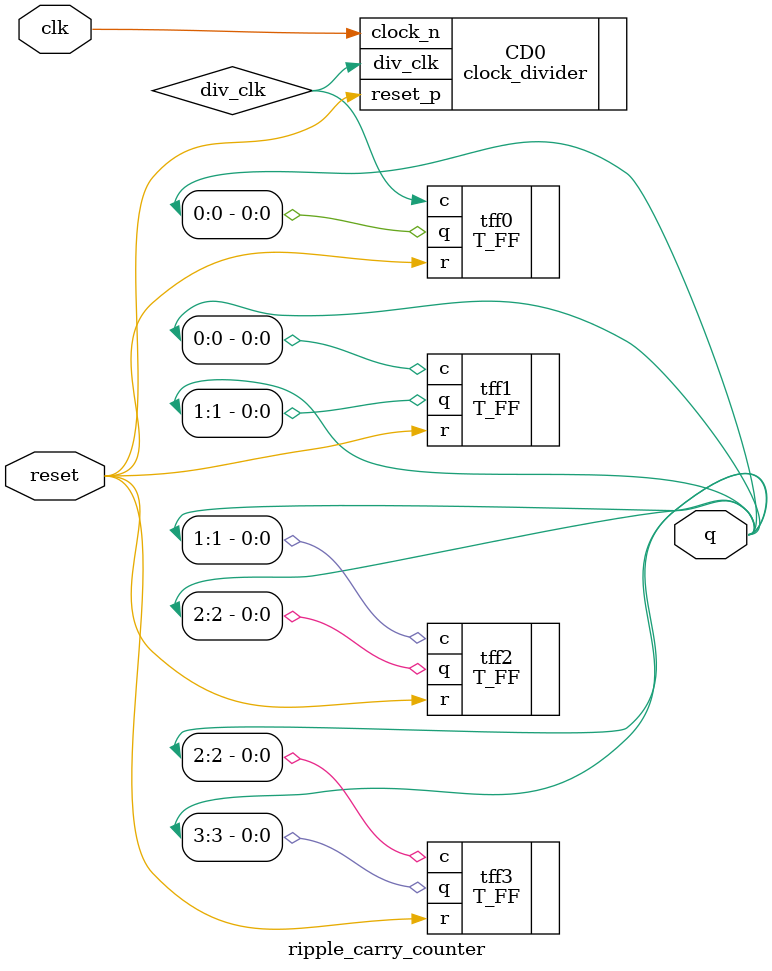
<source format=v>
module ripple_carry_counter
(
	input clk, reset,
	output [3:0] q
);

  wire div_clk;
  //Instantiating clock-divider module
	clock_divider CD0
	(
		.clock_n(clk),
		.reset_p(reset),
		.div_clk(div_clk)
);

	//Instantiate T-FF modules

	T_FF tff0
	(
		.c(div_clk),
		.r(reset),
		.q(q[0])
	);

	T_FF tff1
	(
		.c(q[0]),
		.r(reset),
		.q(q[1])
	);

	T_FF tff2
	(
		.c(q[1]),
		.r(reset),
		.q(q[2])
	);

	T_FF tff3
	(
		.c(q[2]),
		.r(reset),
		.q(q[3])
	);
endmodule
</source>
